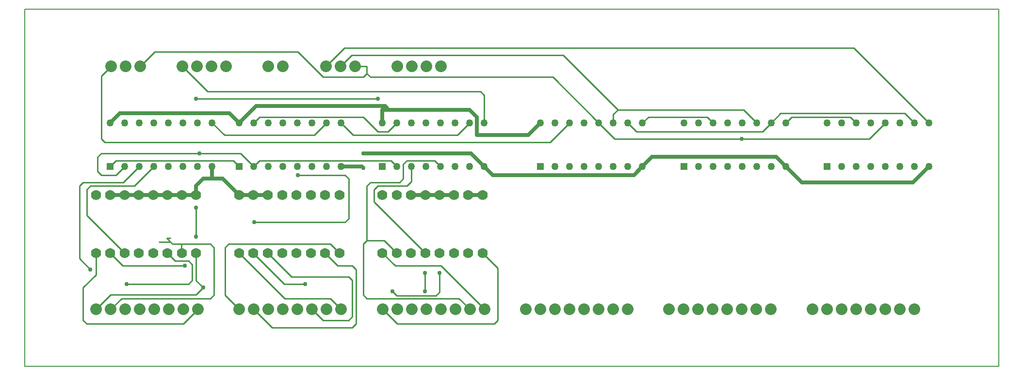
<source format=gbr>
G04 PROTEUS GERBER X2 FILE*
%TF.GenerationSoftware,Labcenter,Proteus,8.6-SP2-Build23525*%
%TF.CreationDate,2024-06-03T09:11:02+00:00*%
%TF.FileFunction,Copper,L1,Top*%
%TF.FilePolarity,Positive*%
%TF.Part,Single*%
%FSLAX45Y45*%
%MOMM*%
G01*
%TA.AperFunction,Conductor*%
%ADD10C,0.254000*%
%ADD11C,0.635000*%
%TA.AperFunction,ViaPad*%
%ADD12C,0.762000*%
%TA.AperFunction,ComponentPad*%
%ADD13R,1.270000X1.270000*%
%ADD14C,1.270000*%
%TA.AperFunction,ComponentPad*%
%ADD15C,2.032000*%
%TA.AperFunction,ComponentPad*%
%ADD16C,1.778000*%
%TA.AperFunction,Profile*%
%ADD17C,0.203200*%
%TD.AperFunction*%
D10*
X+2778000Y-738000D02*
X+2881000Y-635000D01*
X+3905000Y-635000D01*
X+4008000Y-738000D01*
X+5024000Y-738000D02*
X+4873000Y-889000D01*
X+2675000Y-889000D01*
X+2524000Y-738000D01*
X+5024000Y-738000D02*
X+5190500Y-571500D01*
X+7357500Y-571500D01*
X+7524000Y-738000D01*
X+5278000Y-738000D02*
X+5381000Y-635000D01*
X+6405000Y-635000D01*
X+6508000Y-738000D01*
X+7778000Y-738000D02*
X+6468500Y+571500D01*
X-2428500Y+571500D01*
X-2750000Y+250000D01*
X-5016500Y-317500D02*
X-1841500Y-317500D01*
X-4889500Y-3619500D02*
X-5016500Y-3746500D01*
X-6504500Y-3746500D01*
X-6758000Y-4000000D01*
X-4889500Y-3619500D02*
X-5012000Y-3497000D01*
X-5012000Y-3016000D01*
X-5270500Y-2857500D02*
X-4762500Y-2857500D01*
X-4699000Y-2921000D01*
X-4699000Y-3746500D01*
X-4762500Y-3810000D01*
X-6314000Y-3810000D01*
X-6504000Y-4000000D01*
X-5460500Y-2817500D02*
X-5420500Y-2857500D01*
X-5270500Y-2857500D01*
X-5270500Y-2921000D02*
X-5270500Y-2857500D01*
X-5262000Y-3016000D02*
X-5270500Y-3007500D01*
X-5270500Y-2921000D01*
X-5460500Y-2817500D02*
X-5524000Y-2754000D01*
X-5465000Y-2754000D01*
X-5460500Y-2817500D02*
X-5655500Y-2817500D01*
X-5512000Y-3016000D02*
X-5375350Y-3152650D01*
X-5143500Y-3152650D01*
X-5080000Y-3216150D01*
X-5080000Y-3492500D01*
X-5143500Y-3556000D01*
X-6223000Y-3556000D01*
X-6858000Y-3302000D02*
X-7048500Y-3111500D01*
X-7048500Y-1841500D01*
X-6985000Y-1778000D01*
X-6282000Y-1778000D01*
X-6004000Y-1500000D01*
X-6262000Y-3016000D02*
X-6921500Y-2356500D01*
X-6921500Y-1905000D01*
X-6858000Y-1841500D01*
X-6091500Y-1841500D01*
X-5750000Y-1500000D01*
X-5207000Y-3238500D02*
X-6289500Y-3238500D01*
X-6512000Y-3016000D01*
X-5016500Y-2730500D02*
X-5016500Y-2222500D01*
X-4980000Y-4000000D02*
X-5234500Y-4254500D01*
X-6921500Y-4254500D01*
X-6985000Y-4191000D01*
X-6985000Y-3619500D01*
X-6762000Y-3396500D01*
X-6762000Y-3016000D01*
X-4734000Y-738000D02*
X-4519500Y-952500D01*
X-2952500Y-952500D01*
X-2738000Y-738000D01*
X-2512000Y-3016000D02*
X-2670500Y-2857500D01*
X-4445000Y-2857500D01*
X-4508500Y-2921000D01*
X-4508500Y-3749500D01*
X-4258000Y-4000000D01*
X-2762000Y-3016000D02*
X-2539500Y-3238500D01*
X-2286000Y-3238500D01*
X-2222500Y-3302000D01*
X-2222500Y-4254500D01*
X-2286000Y-4318000D01*
X-3686000Y-4318000D01*
X-4004000Y-4000000D01*
X-3762000Y-3016000D02*
X-3349000Y-3429000D01*
X-2349500Y-3429000D01*
X-2286000Y-3492500D01*
X-2286000Y-4127500D01*
X-2349500Y-4191000D01*
X-2797000Y-4191000D01*
X-2988000Y-4000000D01*
X-3238500Y-1651000D02*
X-2413000Y-1651000D01*
X-2349500Y-1714500D01*
X-2349500Y-2413000D01*
X-2413000Y-2476500D01*
X-4000500Y-2476500D01*
X-4012000Y-3016000D02*
X-3472000Y-3556000D01*
X-3111500Y-3556000D01*
X-4262000Y-3016000D02*
X-3468000Y-3810000D01*
X-2670000Y-3810000D01*
X-2480000Y-4000000D01*
X-2484000Y-738000D02*
X-2269500Y-952500D01*
X-452500Y-952500D01*
X-238000Y-738000D01*
X-12000Y-3016000D02*
X+254000Y-3282000D01*
X+254000Y-4191000D01*
X+190500Y-4254500D01*
X-1503500Y-4254500D01*
X-1758000Y-4000000D01*
X-1587500Y-3683000D02*
X-1511300Y-3759200D01*
X-825500Y-3759200D01*
X-762000Y-3695700D01*
X-762000Y-3365500D01*
X-1012000Y-3016000D02*
X-1905000Y-2123000D01*
X-1905000Y-1905000D01*
X-1841500Y-1841500D01*
X-1333500Y-1841500D01*
X-1254000Y-1762000D01*
X-1254000Y-1500000D01*
X-1016000Y-3365500D02*
X-1016000Y-3683000D01*
X-2032000Y-2794000D02*
X-2095500Y-2857500D01*
X-2095500Y-3746500D01*
X-2032000Y-3810000D01*
X-424000Y-3810000D01*
X-234000Y-4000000D01*
X-2032000Y-2794000D02*
X-2032000Y-1841500D01*
X-1968500Y-1778000D01*
X-1460500Y-1778000D01*
X-1397000Y-1714500D01*
X-1397000Y-1460500D01*
X-1333500Y-1397000D01*
X-849000Y-1397000D01*
X-746000Y-1500000D01*
X-2032000Y-2794000D02*
X-1734000Y-2794000D01*
X-1512000Y-3016000D01*
X-1762000Y-3016000D02*
X-1539500Y-3238500D01*
X-741500Y-3238500D01*
X+20000Y-4000000D01*
X-4953000Y-1270000D02*
X-6667500Y-1270000D01*
X-6731000Y-1333500D01*
X-6731000Y-1587500D01*
X-6667500Y-1651000D01*
X-6409000Y-1651000D01*
X-6258000Y-1500000D01*
X-4008000Y-1500000D02*
X-3905000Y-1397000D01*
X-1611000Y-1397000D01*
X-1508000Y-1500000D01*
X-4008000Y-1500000D02*
X-4238000Y-1270000D01*
X-4953000Y-1270000D01*
X-2496000Y+250000D02*
X-2301500Y+444500D01*
X+1397000Y+444500D01*
X+2349500Y-508000D01*
X+4770000Y-738000D02*
X+4540000Y-508000D01*
X+2349500Y-508000D01*
X+2270000Y-587500D01*
X+2270000Y-738000D01*
X+1508000Y-738000D02*
X+1166500Y-1079500D01*
X-6604000Y-1079500D01*
X-6667500Y-1016000D01*
X-6667500Y+83260D01*
X-6500760Y+250000D01*
D11*
X+16000Y-1500000D02*
X-214000Y-1270000D01*
X-2095500Y-1270000D01*
X-4262000Y-2000000D02*
X-4547500Y-1714500D01*
X-4734000Y-1714500D01*
X-5012000Y-2000000D02*
X-5012000Y-1841500D01*
X-4885000Y-1714500D01*
X-4734000Y-1714500D01*
X-2484000Y-1500000D02*
X-2119500Y-1500000D01*
X-2095500Y-1524000D01*
X+2778000Y-1500000D02*
X+2627000Y-1651000D01*
X+167000Y-1651000D01*
X+16000Y-1500000D01*
X+2778000Y-1500000D02*
X+2944500Y-1333500D01*
X+5111500Y-1333500D01*
X+5278000Y-1500000D01*
X+5556000Y-1778000D01*
X+7500000Y-1778000D01*
X+7778000Y-1500000D01*
X-4734000Y-1714500D02*
X-4734000Y-1500000D01*
X-1012000Y-2000000D02*
X-762000Y-2000000D01*
X-512000Y-2000000D01*
X-262000Y-2000000D02*
X-12000Y-2000000D01*
X-6512000Y-2000000D02*
X-6262000Y-2000000D01*
X-6012000Y-2000000D02*
X-5762000Y-2000000D01*
X-5512000Y-2000000D02*
X-5262000Y-2000000D01*
X-6262000Y-2000000D02*
X-6012000Y-2000000D01*
X-5262000Y-2000000D02*
X-5012000Y-2000000D01*
X-5762000Y-2000000D02*
X-5512000Y-2000000D01*
X-1262000Y-2000000D02*
X-1012000Y-2000000D01*
X-4262000Y-2000000D02*
X-4012000Y-2000000D01*
X-3762000Y-2000000D01*
D10*
X-4008000Y-738000D02*
X-3905000Y-635000D01*
X-2095500Y-635000D01*
X-1841500Y-889000D01*
X-1659000Y-889000D01*
X-1508000Y-738000D01*
X+2016000Y-738000D02*
X+1214500Y+63500D01*
X-1968500Y+63500D01*
X-2032000Y+127000D01*
X+2016000Y-738000D02*
X+2294000Y-1016000D01*
X+4508500Y-1016000D01*
X+6738000Y-1016000D01*
X+7016000Y-738000D01*
X-2032000Y+127000D02*
X-2032000Y+250000D01*
X-2242000Y+250000D01*
X-2032000Y+127000D02*
X-2095500Y+63500D01*
X-2794000Y+63500D01*
X-3238500Y+508000D01*
X-5734760Y+508000D01*
X-5992760Y+250000D01*
X-4262000Y-1500000D02*
X-4365000Y-1397000D01*
X-6409000Y-1397000D01*
X-6512000Y-1500000D01*
X+16000Y-738000D02*
X+16000Y-254000D01*
X-47500Y-190500D01*
X-4809500Y-190500D01*
X-5250000Y+250000D01*
D11*
X+1000000Y-738000D02*
X+785500Y-952500D01*
X-111000Y-952500D01*
X-111000Y-635000D01*
X-238000Y-508000D01*
X-1651000Y-508000D01*
X-4262000Y-738000D02*
X-4428500Y-571500D01*
X-6345500Y-571500D01*
X-6512000Y-738000D01*
X-1651000Y-508000D02*
X-1714500Y-444500D01*
X-3619500Y-444500D01*
X-4262000Y-738000D02*
X-3968500Y-444500D01*
X-3746500Y-444500D01*
X-1651000Y-508000D02*
X-1762000Y-508000D01*
X-1762000Y-738000D01*
X-3619500Y-444500D02*
X-3746500Y-444500D01*
D12*
X-1841500Y-317500D03*
X-5016500Y-317500D03*
X-4889500Y-3619500D03*
X-6223000Y-3556000D03*
X-6858000Y-3302000D03*
X-5016500Y-2222500D03*
X-5016500Y-2730500D03*
X-5207000Y-3238500D03*
X-4000500Y-2476500D03*
X-3238500Y-1651000D03*
X-3111500Y-3556000D03*
X-762000Y-3365500D03*
X-1587500Y-3683000D03*
X-1016000Y-3683000D03*
X-1016000Y-3365500D03*
X-4953000Y-1270000D03*
X-2095500Y-1270000D03*
X-2095500Y-1524000D03*
X+4508500Y-1016000D03*
X-3746500Y-444500D03*
D13*
X+1000000Y-1500000D03*
D14*
X+1254000Y-1500000D03*
X+1508000Y-1500000D03*
X+1762000Y-1500000D03*
X+2016000Y-1500000D03*
X+2270000Y-1500000D03*
X+2524000Y-1500000D03*
X+2778000Y-1500000D03*
X+2778000Y-738000D03*
X+2524000Y-738000D03*
X+2270000Y-738000D03*
X+2016000Y-738000D03*
X+1762000Y-738000D03*
X+1508000Y-738000D03*
X+1254000Y-738000D03*
X+1000000Y-738000D03*
D13*
X+3500000Y-1500000D03*
D14*
X+3754000Y-1500000D03*
X+4008000Y-1500000D03*
X+4262000Y-1500000D03*
X+4516000Y-1500000D03*
X+4770000Y-1500000D03*
X+5024000Y-1500000D03*
X+5278000Y-1500000D03*
X+5278000Y-738000D03*
X+5024000Y-738000D03*
X+4770000Y-738000D03*
X+4516000Y-738000D03*
X+4262000Y-738000D03*
X+4008000Y-738000D03*
X+3754000Y-738000D03*
X+3500000Y-738000D03*
D13*
X+6000000Y-1500000D03*
D14*
X+6254000Y-1500000D03*
X+6508000Y-1500000D03*
X+6762000Y-1500000D03*
X+7016000Y-1500000D03*
X+7270000Y-1500000D03*
X+7524000Y-1500000D03*
X+7778000Y-1500000D03*
X+7778000Y-738000D03*
X+7524000Y-738000D03*
X+7270000Y-738000D03*
X+7016000Y-738000D03*
X+6762000Y-738000D03*
X+6508000Y-738000D03*
X+6254000Y-738000D03*
X+6000000Y-738000D03*
D15*
X-6500760Y+250000D03*
X-6246760Y+250000D03*
X-5992760Y+250000D03*
X+742000Y-4000000D03*
X+996000Y-4000000D03*
X+1250000Y-4000000D03*
X+1504000Y-4000000D03*
X+1758000Y-4000000D03*
X+2012000Y-4000000D03*
X+2266000Y-4000000D03*
X+2520000Y-4000000D03*
X-6758000Y-4000000D03*
X-6504000Y-4000000D03*
X-6250000Y-4000000D03*
X-5996000Y-4000000D03*
X-5742000Y-4000000D03*
X-5488000Y-4000000D03*
X-5234000Y-4000000D03*
X-4980000Y-4000000D03*
D13*
X-6512000Y-1500000D03*
D14*
X-6258000Y-1500000D03*
X-6004000Y-1500000D03*
X-5750000Y-1500000D03*
X-5496000Y-1500000D03*
X-5242000Y-1500000D03*
X-4988000Y-1500000D03*
X-4734000Y-1500000D03*
X-4734000Y-738000D03*
X-4988000Y-738000D03*
X-5242000Y-738000D03*
X-5496000Y-738000D03*
X-5750000Y-738000D03*
X-6004000Y-738000D03*
X-6258000Y-738000D03*
X-6512000Y-738000D03*
D13*
X-4262000Y-1500000D03*
D14*
X-4008000Y-1500000D03*
X-3754000Y-1500000D03*
X-3500000Y-1500000D03*
X-3246000Y-1500000D03*
X-2992000Y-1500000D03*
X-2738000Y-1500000D03*
X-2484000Y-1500000D03*
X-2484000Y-738000D03*
X-2738000Y-738000D03*
X-2992000Y-738000D03*
X-3246000Y-738000D03*
X-3500000Y-738000D03*
X-3754000Y-738000D03*
X-4008000Y-738000D03*
X-4262000Y-738000D03*
D13*
X-1762000Y-1500000D03*
D14*
X-1508000Y-1500000D03*
X-1254000Y-1500000D03*
X-1000000Y-1500000D03*
X-746000Y-1500000D03*
X-492000Y-1500000D03*
X-238000Y-1500000D03*
X+16000Y-1500000D03*
X+16000Y-738000D03*
X-238000Y-738000D03*
X-492000Y-738000D03*
X-746000Y-738000D03*
X-1000000Y-738000D03*
X-1254000Y-738000D03*
X-1508000Y-738000D03*
X-1762000Y-738000D03*
D15*
X-4258000Y-4000000D03*
X-4004000Y-4000000D03*
X-3750000Y-4000000D03*
X-3496000Y-4000000D03*
X-3242000Y-4000000D03*
X-2988000Y-4000000D03*
X-2734000Y-4000000D03*
X-2480000Y-4000000D03*
X-1758000Y-4000000D03*
X-1504000Y-4000000D03*
X-1250000Y-4000000D03*
X-996000Y-4000000D03*
X-742000Y-4000000D03*
X-488000Y-4000000D03*
X-234000Y-4000000D03*
X+20000Y-4000000D03*
D16*
X-6762000Y-2000000D03*
X-6762000Y-3016000D03*
X-6512000Y-2000000D03*
X-6512000Y-3016000D03*
X-6262000Y-2000000D03*
X-6262000Y-3016000D03*
X-6012000Y-2000000D03*
X-6012000Y-3016000D03*
X-5762000Y-2000000D03*
X-5762000Y-3016000D03*
X-5512000Y-2000000D03*
X-5512000Y-3016000D03*
X-5262000Y-2000000D03*
X-5262000Y-3016000D03*
X-5012000Y-2000000D03*
X-5012000Y-3016000D03*
X-4262000Y-2000000D03*
X-4262000Y-3016000D03*
X-4012000Y-2000000D03*
X-4012000Y-3016000D03*
X-3762000Y-2000000D03*
X-3762000Y-3016000D03*
X-3512000Y-2000000D03*
X-3512000Y-3016000D03*
X-3262000Y-2000000D03*
X-3262000Y-3016000D03*
X-3012000Y-2000000D03*
X-3012000Y-3016000D03*
X-2762000Y-2000000D03*
X-2762000Y-3016000D03*
X-2512000Y-2000000D03*
X-2512000Y-3016000D03*
X-1762000Y-2000000D03*
X-1762000Y-3016000D03*
X-1512000Y-2000000D03*
X-1512000Y-3016000D03*
X-1262000Y-2000000D03*
X-1262000Y-3016000D03*
X-1012000Y-2000000D03*
X-1012000Y-3016000D03*
X-762000Y-2000000D03*
X-762000Y-3016000D03*
X-512000Y-2000000D03*
X-512000Y-3016000D03*
X-262000Y-2000000D03*
X-262000Y-3016000D03*
X-12000Y-2000000D03*
X-12000Y-3016000D03*
D15*
X+3242000Y-4000000D03*
X+3496000Y-4000000D03*
X+3750000Y-4000000D03*
X+4004000Y-4000000D03*
X+4258000Y-4000000D03*
X+4512000Y-4000000D03*
X+4766000Y-4000000D03*
X+5020000Y-4000000D03*
X+5742000Y-4000000D03*
X+5996000Y-4000000D03*
X+6250000Y-4000000D03*
X+6504000Y-4000000D03*
X+6758000Y-4000000D03*
X+7012000Y-4000000D03*
X+7266000Y-4000000D03*
X+7520000Y-4000000D03*
X-5250000Y+250000D03*
X-4996000Y+250000D03*
X-4742000Y+250000D03*
X-4488000Y+250000D03*
X-3750000Y+250000D03*
X-3496000Y+250000D03*
X-2750000Y+250000D03*
X-2496000Y+250000D03*
X-2242000Y+250000D03*
X-1500000Y+250000D03*
X-1246000Y+250000D03*
X-992000Y+250000D03*
X-738000Y+250000D03*
D17*
X-8000000Y-5000000D02*
X+9000000Y-5000000D01*
X+9000000Y+1250000D01*
X-8000000Y+1250000D01*
X-8000000Y-5000000D01*
M02*

</source>
